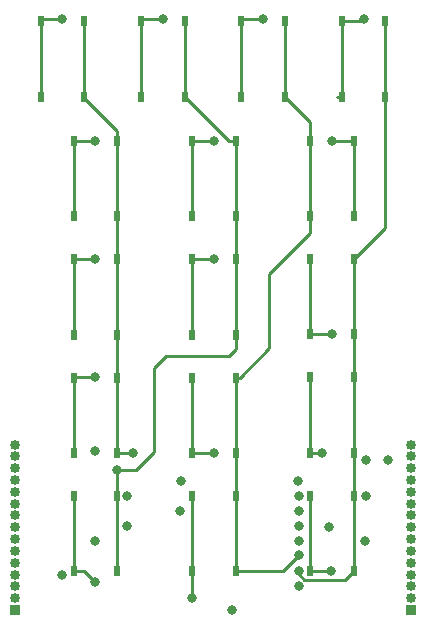
<source format=gbr>
%TF.GenerationSoftware,KiCad,Pcbnew,8.0.1*%
%TF.CreationDate,2024-03-29T18:46:23-05:00*%
%TF.ProjectId,TTWR Keypad,54545752-204b-4657-9970-61642e6b6963,V01*%
%TF.SameCoordinates,Original*%
%TF.FileFunction,Copper,L1,Top*%
%TF.FilePolarity,Positive*%
%FSLAX46Y46*%
G04 Gerber Fmt 4.6, Leading zero omitted, Abs format (unit mm)*
G04 Created by KiCad (PCBNEW 8.0.1) date 2024-03-29 18:46:23*
%MOMM*%
%LPD*%
G01*
G04 APERTURE LIST*
%TA.AperFunction,SMDPad,CuDef*%
%ADD10R,0.558800X0.952500*%
%TD*%
%TA.AperFunction,ComponentPad*%
%ADD11R,0.850000X0.850000*%
%TD*%
%TA.AperFunction,ComponentPad*%
%ADD12O,0.850000X0.850000*%
%TD*%
%TA.AperFunction,ViaPad*%
%ADD13C,0.800000*%
%TD*%
%TA.AperFunction,Conductor*%
%ADD14C,0.250000*%
%TD*%
G04 APERTURE END LIST*
D10*
%TO.P,U3,1,1*%
%TO.N,COL_0*%
X159663200Y-63318650D03*
%TO.P,U3,2,2*%
X159663200Y-69681350D03*
%TO.P,U3,3,3*%
%TO.N,Net-(D3-A)*%
X155954800Y-63318650D03*
%TO.P,U3,4,4*%
X155954800Y-69681350D03*
%TD*%
%TO.P,U12,1,1*%
%TO.N,COL_2*%
X169679200Y-83318650D03*
%TO.P,U12,2,2*%
X169679200Y-89681350D03*
%TO.P,U12,3,3*%
%TO.N,Net-(D12-A)*%
X165970800Y-83318650D03*
%TO.P,U12,4,4*%
X165970800Y-89681350D03*
%TD*%
%TO.P,U8,1,1*%
%TO.N,COL_1*%
X159663200Y-83318650D03*
%TO.P,U8,2,2*%
X159663200Y-89681350D03*
%TO.P,U8,3,3*%
%TO.N,Net-(D8-A)*%
X155954800Y-83318650D03*
%TO.P,U8,4,4*%
X155954800Y-89681350D03*
%TD*%
%TO.P,U1,1,1*%
%TO.N,COL_0*%
X156854200Y-43167300D03*
%TO.P,U1,2,2*%
X156854200Y-49530000D03*
%TO.P,U1,3,3*%
%TO.N,Net-(D1-A)*%
X153145800Y-43167300D03*
%TO.P,U1,4,4*%
X153145800Y-49530000D03*
%TD*%
%TO.P,U14,1,1*%
%TO.N,COL_3*%
X179704200Y-63313450D03*
%TO.P,U14,2,2*%
X179704200Y-69676150D03*
%TO.P,U14,3,3*%
%TO.N,Net-(D14-A)*%
X175995800Y-63313450D03*
%TO.P,U14,4,4*%
X175995800Y-69676150D03*
%TD*%
%TO.P,U13,1,1*%
%TO.N,COL_3*%
X182354200Y-43167300D03*
%TO.P,U13,2,2*%
X182354200Y-49530000D03*
%TO.P,U13,3,3*%
%TO.N,Net-(D13-A)*%
X178645800Y-43167300D03*
%TO.P,U13,4,4*%
X178645800Y-49530000D03*
%TD*%
%TO.P,U6,1,1*%
%TO.N,COL_1*%
X169679200Y-53318650D03*
%TO.P,U6,2,2*%
X169679200Y-59681350D03*
%TO.P,U6,3,3*%
%TO.N,Net-(D6-A)*%
X165970800Y-53318650D03*
%TO.P,U6,4,4*%
X165970800Y-59681350D03*
%TD*%
%TO.P,U4,1,1*%
%TO.N,COL_0*%
X159663200Y-73318650D03*
%TO.P,U4,2,2*%
X159663200Y-79681350D03*
%TO.P,U4,3,3*%
%TO.N,Net-(D4-A)*%
X155954800Y-73318650D03*
%TO.P,U4,4,4*%
X155954800Y-79681350D03*
%TD*%
%TO.P,U15,1,1*%
%TO.N,COL_3*%
X179704200Y-73313450D03*
%TO.P,U15,2,2*%
X179704200Y-79676150D03*
%TO.P,U15,3,3*%
%TO.N,Net-(D15-A)*%
X175995800Y-73313450D03*
%TO.P,U15,4,4*%
X175995800Y-79676150D03*
%TD*%
%TO.P,U7,1,1*%
%TO.N,COL_1*%
X169679200Y-63318650D03*
%TO.P,U7,2,2*%
X169679200Y-69681350D03*
%TO.P,U7,3,3*%
%TO.N,Net-(D7-A)*%
X165970800Y-63318650D03*
%TO.P,U7,4,4*%
X165970800Y-69681350D03*
%TD*%
%TO.P,U5,1,1*%
%TO.N,COL_1*%
X165354200Y-43167300D03*
%TO.P,U5,2,2*%
X165354200Y-49530000D03*
%TO.P,U5,3,3*%
%TO.N,Net-(D5-A)*%
X161645800Y-43167300D03*
%TO.P,U5,4,4*%
X161645800Y-49530000D03*
%TD*%
%TO.P,U9,1,1*%
%TO.N,COL_2*%
X173854200Y-43167300D03*
%TO.P,U9,2,2*%
X173854200Y-49530000D03*
%TO.P,U9,3,3*%
%TO.N,Net-(D9-A)*%
X170145800Y-43167300D03*
%TO.P,U9,4,4*%
X170145800Y-49530000D03*
%TD*%
%TO.P,U2,1,1*%
%TO.N,COL_0*%
X159663200Y-53318650D03*
%TO.P,U2,2,2*%
X159663200Y-59681350D03*
%TO.P,U2,3,3*%
%TO.N,Net-(D2-A)*%
X155954800Y-53318650D03*
%TO.P,U2,4,4*%
X155954800Y-59681350D03*
%TD*%
%TO.P,U16,1,1*%
%TO.N,COL_3*%
X179704200Y-83313450D03*
%TO.P,U16,2,2*%
X179704200Y-89676150D03*
%TO.P,U16,3,3*%
%TO.N,Net-(D16-A)*%
X175995800Y-83313450D03*
%TO.P,U16,4,4*%
X175995800Y-89676150D03*
%TD*%
%TO.P,U10,1,1*%
%TO.N,COL_2*%
X175995800Y-59676150D03*
%TO.P,U10,2,2*%
X175995800Y-53313450D03*
%TO.P,U10,3,3*%
%TO.N,Net-(D10-A)*%
X179704200Y-59676150D03*
%TO.P,U10,4,4*%
X179704200Y-53313450D03*
%TD*%
%TO.P,U11,1,1*%
%TO.N,COL_2*%
X169679200Y-73318650D03*
%TO.P,U11,2,2*%
X169679200Y-79681350D03*
%TO.P,U11,3,3*%
%TO.N,Net-(D11-A)*%
X165970800Y-73318650D03*
%TO.P,U11,4,4*%
X165970800Y-79681350D03*
%TD*%
D11*
%TO.P,J2,1,Pin_1*%
%TO.N,Net-(J2-Pin_1)*%
X151000000Y-93000000D03*
D12*
%TO.P,J2,2,Pin_2*%
%TO.N,unconnected-(J2-Pin_2-Pad2)*%
X151000000Y-92000000D03*
%TO.P,J2,3,Pin_3*%
%TO.N,unconnected-(J2-Pin_3-Pad3)*%
X151000000Y-91000000D03*
%TO.P,J2,4,Pin_4*%
%TO.N,unconnected-(J2-Pin_4-Pad4)*%
X151000000Y-90000000D03*
%TO.P,J2,5,Pin_5*%
%TO.N,unconnected-(J2-Pin_5-Pad5)*%
X151000000Y-89000000D03*
%TO.P,J2,6,Pin_6*%
%TO.N,unconnected-(J2-Pin_6-Pad6)*%
X151000000Y-88000000D03*
%TO.P,J2,7,Pin_7*%
%TO.N,unconnected-(J2-Pin_7-Pad7)*%
X151000000Y-87000000D03*
%TO.P,J2,8,Pin_8*%
%TO.N,unconnected-(J2-Pin_8-Pad8)*%
X151000000Y-86000000D03*
%TO.P,J2,9,Pin_9*%
%TO.N,unconnected-(J2-Pin_9-Pad9)*%
X151000000Y-85000000D03*
%TO.P,J2,10,Pin_10*%
%TO.N,unconnected-(J2-Pin_10-Pad10)*%
X151000000Y-84000000D03*
%TO.P,J2,11,Pin_11*%
%TO.N,unconnected-(J2-Pin_11-Pad11)*%
X151000000Y-83000000D03*
%TO.P,J2,12,Pin_12*%
%TO.N,unconnected-(J2-Pin_12-Pad12)*%
X151000000Y-82000000D03*
%TO.P,J2,13,Pin_13*%
%TO.N,GND*%
X151000000Y-81000000D03*
%TO.P,J2,14,Pin_14*%
%TO.N,unconnected-(J2-Pin_14-Pad14)*%
X151000000Y-80000000D03*
%TO.P,J2,15,Pin_15*%
%TO.N,GND*%
X151000000Y-79000000D03*
%TD*%
D11*
%TO.P,J1,1,Pin_1*%
%TO.N,GND*%
X184500000Y-93000000D03*
D12*
%TO.P,J1,2,Pin_2*%
%TO.N,unconnected-(J1-Pin_2-Pad2)*%
X184500000Y-92000000D03*
%TO.P,J1,3,Pin_3*%
%TO.N,unconnected-(J1-Pin_3-Pad3)*%
X184500000Y-91000000D03*
%TO.P,J1,4,Pin_4*%
%TO.N,unconnected-(J1-Pin_4-Pad4)*%
X184500000Y-90000000D03*
%TO.P,J1,5,Pin_5*%
%TO.N,/IO Expander/SDA*%
X184500000Y-89000000D03*
%TO.P,J1,6,Pin_6*%
%TO.N,/IO Expander/SCL*%
X184500000Y-88000000D03*
%TO.P,J1,7,Pin_7*%
%TO.N,GND*%
X184500000Y-87000000D03*
%TO.P,J1,8,Pin_8*%
%TO.N,+3.3V*%
X184500000Y-86000000D03*
%TO.P,J1,9,Pin_9*%
%TO.N,unconnected-(J1-Pin_9-Pad9)*%
X184500000Y-85000000D03*
%TO.P,J1,10,Pin_10*%
%TO.N,unconnected-(J1-Pin_10-Pad10)*%
X184500000Y-84000000D03*
%TO.P,J1,11,Pin_11*%
%TO.N,unconnected-(J1-Pin_11-Pad11)*%
X184500000Y-83000000D03*
%TO.P,J1,12,Pin_12*%
%TO.N,unconnected-(J1-Pin_12-Pad12)*%
X184500000Y-82000000D03*
%TO.P,J1,13,Pin_13*%
%TO.N,unconnected-(J1-Pin_13-Pad13)*%
X184500000Y-81000000D03*
%TO.P,J1,14,Pin_14*%
%TO.N,unconnected-(J1-Pin_14-Pad14)*%
X184500000Y-80000000D03*
%TO.P,J1,15,Pin_15*%
%TO.N,unconnected-(J1-Pin_15-Pad15)*%
X184500000Y-79000000D03*
%TD*%
D13*
%TO.N,Net-(D1-A)*%
X155000000Y-43000000D03*
%TO.N,Net-(D2-A)*%
X157800000Y-53325000D03*
%TO.N,Net-(D3-A)*%
X157800000Y-63325000D03*
%TO.N,Net-(D4-A)*%
X157800000Y-73300000D03*
%TO.N,Net-(D8-A)*%
X157775000Y-90650000D03*
%TO.N,Net-(D9-A)*%
X172000000Y-43000000D03*
%TO.N,Net-(D10-A)*%
X177850000Y-53300000D03*
%TO.N,Net-(D11-A)*%
X167825000Y-79675000D03*
%TO.N,Net-(D12-A)*%
X165975000Y-91975000D03*
%TO.N,Net-(D13-A)*%
X180500000Y-43000000D03*
%TO.N,Net-(D14-A)*%
X177850000Y-69675000D03*
%TO.N,Net-(D15-A)*%
X176950000Y-79675000D03*
%TO.N,Net-(D16-A)*%
X177750000Y-89675000D03*
%TO.N,Net-(D5-A)*%
X163500000Y-43000000D03*
%TO.N,Net-(D6-A)*%
X167825000Y-53325000D03*
%TO.N,Net-(D7-A)*%
X167825000Y-63325000D03*
%TO.N,+3.3V*%
X177575000Y-86000000D03*
X165000000Y-82050000D03*
X169400000Y-93000000D03*
%TO.N,GND*%
X182525000Y-80325000D03*
X175000000Y-90950000D03*
%TO.N,ROW_3*%
X157775000Y-87150000D03*
X157800000Y-79500000D03*
%TO.N,/IO Expander/SDA*%
X160500000Y-83325000D03*
%TO.N,/IO Expander/SCL*%
X164995000Y-84595000D03*
%TO.N,/IO Expander/A0*%
X174975000Y-82050000D03*
X180700000Y-80300000D03*
%TO.N,/IO Expander/A1*%
X175000000Y-83325000D03*
X180700000Y-83325000D03*
%TO.N,/IO Expander/A2*%
X175000000Y-84600000D03*
X180650000Y-87175000D03*
%TO.N,/IO Expander/INT*%
X160500000Y-85875000D03*
X154975000Y-90000000D03*
%TO.N,COL_0*%
X160975000Y-79675000D03*
X175000000Y-85875000D03*
%TO.N,COL_1*%
X159650000Y-81125000D03*
X175000000Y-87150000D03*
%TO.N,COL_2*%
X175000000Y-88375000D03*
%TO.N,COL_3*%
X175000000Y-89700000D03*
%TD*%
D14*
%TO.N,Net-(D1-A)*%
X153313100Y-43000000D02*
X153145800Y-43167300D01*
X153145800Y-49530000D02*
X153145800Y-43167300D01*
X155000000Y-43000000D02*
X153313100Y-43000000D01*
%TO.N,Net-(D2-A)*%
X155961150Y-53325000D02*
X155954800Y-53318650D01*
X155954800Y-53318650D02*
X155954800Y-59681350D01*
X157800000Y-53325000D02*
X155961150Y-53325000D01*
%TO.N,Net-(D3-A)*%
X155954800Y-63318650D02*
X155954800Y-69681350D01*
X157800000Y-63325000D02*
X155961150Y-63325000D01*
X155961150Y-63325000D02*
X155954800Y-63318650D01*
%TO.N,Net-(D4-A)*%
X155954800Y-73318650D02*
X155954800Y-79681350D01*
X155973450Y-73300000D02*
X155954800Y-73318650D01*
X157800000Y-73300000D02*
X155973450Y-73300000D01*
%TO.N,Net-(D8-A)*%
X157775000Y-90650000D02*
X156806350Y-89681350D01*
X155954800Y-83318650D02*
X155954800Y-89681350D01*
X156806350Y-89681350D02*
X155954800Y-89681350D01*
%TO.N,Net-(D9-A)*%
X170145800Y-49530000D02*
X170145800Y-43167300D01*
X172000000Y-43000000D02*
X170313100Y-43000000D01*
X170313100Y-43000000D02*
X170145800Y-43167300D01*
%TO.N,Net-(D10-A)*%
X179704200Y-53313450D02*
X177863450Y-53313450D01*
X179704200Y-53313450D02*
X179704200Y-59676150D01*
X177863450Y-53313450D02*
X177850000Y-53300000D01*
%TO.N,Net-(D11-A)*%
X165970800Y-73318650D02*
X165970800Y-79681350D01*
X167825000Y-79675000D02*
X165977150Y-79675000D01*
X165977150Y-79675000D02*
X165970800Y-79681350D01*
%TO.N,Net-(D12-A)*%
X165975000Y-89685550D02*
X165970800Y-89681350D01*
X165970800Y-83318650D02*
X165970800Y-89681350D01*
X165975000Y-91975000D02*
X165975000Y-89685550D01*
%TO.N,Net-(D13-A)*%
X178645800Y-49530000D02*
X178270000Y-49530000D01*
X180332700Y-43167300D02*
X180500000Y-43000000D01*
X178645800Y-43167300D02*
X180332700Y-43167300D01*
X180667300Y-43167300D02*
X180500000Y-43000000D01*
X178645800Y-49530000D02*
X178645800Y-43167300D01*
%TO.N,Net-(D14-A)*%
X177850000Y-69675000D02*
X175996950Y-69675000D01*
X175995800Y-63313450D02*
X175995800Y-69676150D01*
X175996950Y-69675000D02*
X175995800Y-69676150D01*
%TO.N,Net-(D15-A)*%
X175995800Y-73313450D02*
X175995800Y-79676150D01*
X176950000Y-79675000D02*
X175996950Y-79675000D01*
X175996950Y-79675000D02*
X175995800Y-79676150D01*
%TO.N,Net-(D16-A)*%
X175995800Y-89676150D02*
X177748850Y-89676150D01*
X175995800Y-83313450D02*
X175995800Y-89676150D01*
X177748850Y-89676150D02*
X177750000Y-89675000D01*
%TO.N,Net-(D5-A)*%
X163500000Y-43000000D02*
X161813100Y-43000000D01*
X161813100Y-43000000D02*
X161645800Y-43167300D01*
X161645800Y-49530000D02*
X161645800Y-43167300D01*
%TO.N,Net-(D6-A)*%
X165977150Y-53325000D02*
X165970800Y-53318650D01*
X165970800Y-53318650D02*
X165970800Y-59681350D01*
X167825000Y-53325000D02*
X165977150Y-53325000D01*
%TO.N,Net-(D7-A)*%
X165977150Y-63325000D02*
X165970800Y-63318650D01*
X165970800Y-63318650D02*
X165970800Y-69681350D01*
X167825000Y-63325000D02*
X165977150Y-63325000D01*
%TO.N,unconnected-(J1-Pin_9-Pad9)*%
X184400000Y-85000000D02*
X184500000Y-85000000D01*
%TO.N,COL_0*%
X156854200Y-49670800D02*
X159663200Y-52479800D01*
X159663200Y-79681350D02*
X160968650Y-79681350D01*
X159663200Y-52479800D02*
X159663200Y-53318650D01*
X159663200Y-53318650D02*
X159663200Y-59681350D01*
X159663200Y-63318650D02*
X159663200Y-69681350D01*
X156854200Y-49530000D02*
X156854200Y-49670800D01*
X160968650Y-79681350D02*
X160975000Y-79675000D01*
X159663200Y-59681350D02*
X159663200Y-63318650D01*
X159663200Y-69681350D02*
X159663200Y-73318650D01*
X159663200Y-73318650D02*
X159663200Y-79681350D01*
X156854200Y-43167300D02*
X156854200Y-49530000D01*
%TO.N,COL_1*%
X169679200Y-70895800D02*
X169679200Y-69681350D01*
X169679200Y-53318650D02*
X169679200Y-59681350D01*
X169679200Y-63318650D02*
X169679200Y-69681350D01*
X169075000Y-71500000D02*
X169679200Y-70895800D01*
X169679200Y-59681350D02*
X169679200Y-63318650D01*
X162750000Y-79625000D02*
X162750000Y-72500000D01*
X165354200Y-43145800D02*
X165354200Y-43167300D01*
X165354200Y-43167300D02*
X165354200Y-49530000D01*
X159663200Y-83318650D02*
X159663200Y-89681350D01*
X174729595Y-87150000D02*
X175000000Y-87150000D01*
X159650000Y-81125000D02*
X161250000Y-81125000D01*
X159650000Y-81125000D02*
X159650000Y-83305450D01*
X162750000Y-72500000D02*
X163750000Y-71500000D01*
X159650000Y-83305450D02*
X159663200Y-83318650D01*
X169679200Y-53318650D02*
X169142850Y-53318650D01*
X163750000Y-71500000D02*
X169075000Y-71500000D01*
X169142850Y-53318650D02*
X165354200Y-49530000D01*
X161250000Y-81125000D02*
X162750000Y-79625000D01*
%TO.N,COL_2*%
X169679200Y-79681350D02*
X169679200Y-83318650D01*
X169679200Y-73318650D02*
X169679200Y-79681350D01*
X175000000Y-88375000D02*
X173693650Y-89681350D01*
X176009250Y-53300000D02*
X175995800Y-53313450D01*
X170031350Y-73318650D02*
X169679200Y-73318650D01*
X173693650Y-89681350D02*
X169679200Y-89681350D01*
X172500000Y-64575000D02*
X172500000Y-70850000D01*
X175995800Y-61079200D02*
X172500000Y-64575000D01*
X173854200Y-43167300D02*
X173854200Y-49530000D01*
X175995800Y-51671600D02*
X173854200Y-49530000D01*
X172500000Y-70850000D02*
X170031350Y-73318650D01*
X169679200Y-83318650D02*
X169679200Y-89681350D01*
X173854200Y-43145800D02*
X173854200Y-43167300D01*
X175995800Y-59676150D02*
X175995800Y-61079200D01*
X175995800Y-53313450D02*
X175995800Y-59676150D01*
X175995800Y-53313450D02*
X175995800Y-51671600D01*
%TO.N,COL_3*%
X182354200Y-60663450D02*
X179704200Y-63313450D01*
X179704200Y-73313450D02*
X179704200Y-79676150D01*
X182354200Y-49530000D02*
X182354200Y-43167300D01*
X182354200Y-49530000D02*
X182354200Y-60663450D01*
X179704200Y-79676150D02*
X179704200Y-83313450D01*
X179704200Y-63313450D02*
X179704200Y-69676150D01*
X175000000Y-89700000D02*
X175000000Y-89986000D01*
X178930350Y-90450000D02*
X179704200Y-89676150D01*
X175464000Y-90450000D02*
X178930350Y-90450000D01*
X179704200Y-83313450D02*
X179704200Y-89676150D01*
X179704200Y-69676150D02*
X179704200Y-73313450D01*
X175000000Y-89986000D02*
X175464000Y-90450000D01*
%TD*%
M02*

</source>
